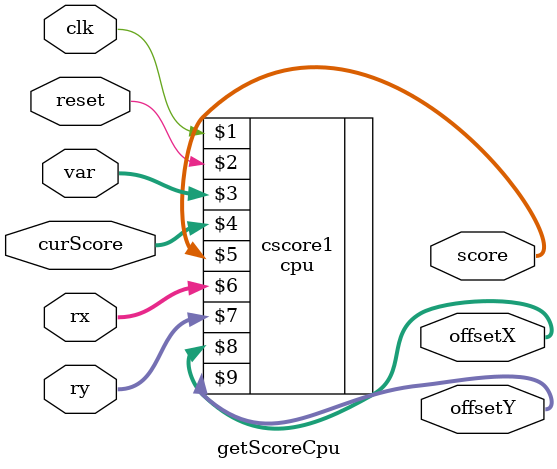
<source format=v>
module getScoreCpu(
 input clk,
 input reset,
 input [3:0] var,
 input [10:0] rx,
 input [10:0] ry,
 input [9:0] curScore,
 output [10:0] offsetX,
 output [10:0] offsetY,
 output [9:0] score
);
 
 wire[9:0] nextScore;
 

//module cpu(clock, reset, var, curScore, nextScore, rx, ry, offsetX, offsetY);
//    input clock, reset;
//  input[3:0] var;
//  input [9:0] curScore;
//  input [10:0] rx,
//  input [10:0] ry,
//  output [10:0] offsetX,
//  output [10:0] offsetY,
//  output [9:0] nextScore;
 cpu cscore1(clk, reset, var, curScore, score, rx, ry, offsetX, offsetY);

endmodule
</source>
